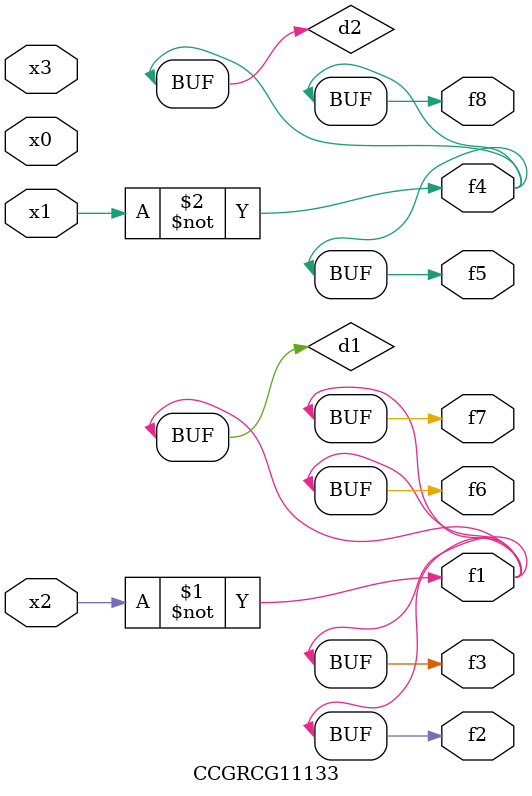
<source format=v>
module CCGRCG11133(
	input x0, x1, x2, x3,
	output f1, f2, f3, f4, f5, f6, f7, f8
);

	wire d1, d2;

	xnor (d1, x2);
	not (d2, x1);
	assign f1 = d1;
	assign f2 = d1;
	assign f3 = d1;
	assign f4 = d2;
	assign f5 = d2;
	assign f6 = d1;
	assign f7 = d1;
	assign f8 = d2;
endmodule

</source>
